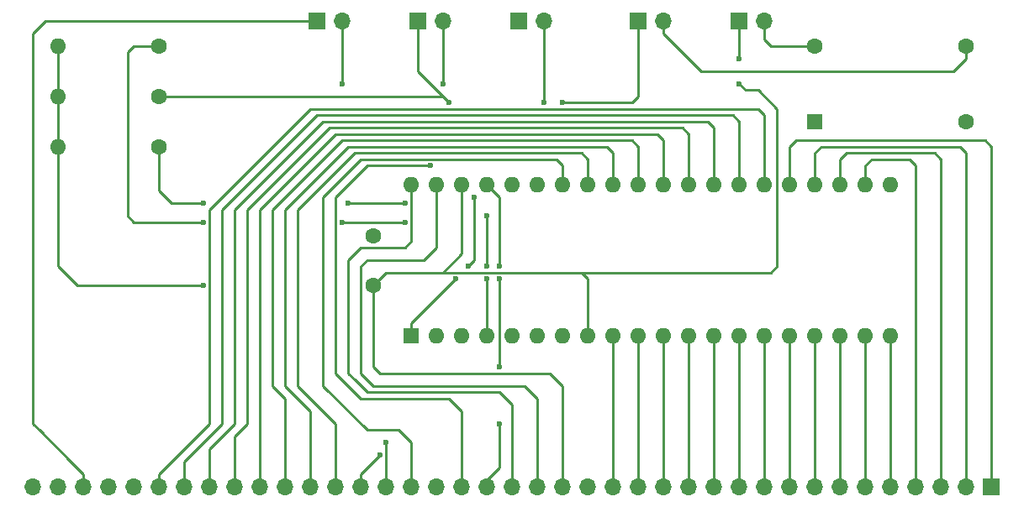
<source format=gtl>
G04 #@! TF.FileFunction,Copper,L1,Top,Signal*
%FSLAX46Y46*%
G04 Gerber Fmt 4.6, Leading zero omitted, Abs format (unit mm)*
G04 Created by KiCad (PCBNEW 4.0.6) date 06/10/17 01:38:27*
%MOMM*%
%LPD*%
G01*
G04 APERTURE LIST*
%ADD10C,0.100000*%
%ADD11R,1.700000X1.700000*%
%ADD12O,1.700000X1.700000*%
%ADD13C,1.600000*%
%ADD14O,1.600000X1.600000*%
%ADD15R,1.600000X1.600000*%
%ADD16C,0.600000*%
%ADD17C,0.250000*%
G04 APERTURE END LIST*
D10*
D11*
X190500000Y-139700000D03*
D12*
X187960000Y-139700000D03*
X185420000Y-139700000D03*
X182880000Y-139700000D03*
X180340000Y-139700000D03*
X177800000Y-139700000D03*
X175260000Y-139700000D03*
X172720000Y-139700000D03*
X170180000Y-139700000D03*
X167640000Y-139700000D03*
X165100000Y-139700000D03*
X162560000Y-139700000D03*
X160020000Y-139700000D03*
X157480000Y-139700000D03*
X154940000Y-139700000D03*
X152400000Y-139700000D03*
X149860000Y-139700000D03*
X147320000Y-139700000D03*
X144780000Y-139700000D03*
X142240000Y-139700000D03*
X139700000Y-139700000D03*
X137160000Y-139700000D03*
X134620000Y-139700000D03*
X132080000Y-139700000D03*
X129540000Y-139700000D03*
X127000000Y-139700000D03*
X124460000Y-139700000D03*
X121920000Y-139700000D03*
X119380000Y-139700000D03*
X116840000Y-139700000D03*
X114300000Y-139700000D03*
X111760000Y-139700000D03*
X109220000Y-139700000D03*
X106680000Y-139700000D03*
X104140000Y-139700000D03*
X101600000Y-139700000D03*
X99060000Y-139700000D03*
X96520000Y-139700000D03*
X93980000Y-139700000D03*
D11*
X132715000Y-92710000D03*
D12*
X135255000Y-92710000D03*
D11*
X122555000Y-92710000D03*
D12*
X125095000Y-92710000D03*
D13*
X106680000Y-95250000D03*
D14*
X96520000Y-95250000D03*
D13*
X106680000Y-100330000D03*
D14*
X96520000Y-100330000D03*
D13*
X106680000Y-105410000D03*
D14*
X96520000Y-105410000D03*
D15*
X132080000Y-124460000D03*
D14*
X180340000Y-109220000D03*
X134620000Y-124460000D03*
X177800000Y-109220000D03*
X137160000Y-124460000D03*
X175260000Y-109220000D03*
X139700000Y-124460000D03*
X172720000Y-109220000D03*
X142240000Y-124460000D03*
X170180000Y-109220000D03*
X144780000Y-124460000D03*
X167640000Y-109220000D03*
X147320000Y-124460000D03*
X165100000Y-109220000D03*
X149860000Y-124460000D03*
X162560000Y-109220000D03*
X152400000Y-124460000D03*
X160020000Y-109220000D03*
X154940000Y-124460000D03*
X157480000Y-109220000D03*
X157480000Y-124460000D03*
X154940000Y-109220000D03*
X160020000Y-124460000D03*
X152400000Y-109220000D03*
X162560000Y-124460000D03*
X149860000Y-109220000D03*
X165100000Y-124460000D03*
X147320000Y-109220000D03*
X167640000Y-124460000D03*
X144780000Y-109220000D03*
X170180000Y-124460000D03*
X142240000Y-109220000D03*
X172720000Y-124460000D03*
X139700000Y-109220000D03*
X175260000Y-124460000D03*
X137160000Y-109220000D03*
X177800000Y-124460000D03*
X134620000Y-109220000D03*
X180340000Y-124460000D03*
X132080000Y-109220000D03*
D13*
X128270000Y-119380000D03*
X128270000Y-114380000D03*
D11*
X165100000Y-92710000D03*
D12*
X167640000Y-92710000D03*
D11*
X154940000Y-92710000D03*
D12*
X157480000Y-92710000D03*
D15*
X172720000Y-102870000D03*
D13*
X172720000Y-95250000D03*
X187960000Y-95250000D03*
X187960000Y-102870000D03*
D11*
X142875000Y-92710000D03*
D12*
X145415000Y-92710000D03*
D16*
X111125000Y-119380000D03*
X165100000Y-96520000D03*
X165100000Y-99060000D03*
X140970000Y-127635000D03*
X140970000Y-133350000D03*
X140970000Y-118745000D03*
X140970000Y-117475000D03*
X147320000Y-100965000D03*
X133985000Y-107315000D03*
X135255000Y-99060000D03*
X135890000Y-100965000D03*
X139700000Y-112395000D03*
X139700000Y-117475000D03*
X139700000Y-118745000D03*
X125095000Y-99060000D03*
X111125000Y-111125000D03*
X125730000Y-111125000D03*
X131445000Y-111125000D03*
X111125000Y-113030000D03*
X125095000Y-113030000D03*
X131445000Y-113030000D03*
X129540000Y-135255000D03*
X128905000Y-136525000D03*
X145415000Y-100965000D03*
X137795000Y-117475000D03*
X136525000Y-118745000D03*
X138430000Y-110490000D03*
D17*
X190500000Y-129540000D02*
X190500000Y-105410000D01*
X190500000Y-139700000D02*
X190500000Y-129540000D01*
X170180000Y-105410000D02*
X170180000Y-109220000D01*
X170815000Y-104775000D02*
X170180000Y-105410000D01*
X189865000Y-104775000D02*
X170815000Y-104775000D01*
X190500000Y-105410000D02*
X189865000Y-104775000D01*
X187960000Y-139700000D02*
X187960000Y-106680000D01*
X172720000Y-106045000D02*
X172720000Y-109220000D01*
X173355000Y-105410000D02*
X172720000Y-106045000D01*
X187325000Y-105410000D02*
X173355000Y-105410000D01*
X187960000Y-106045000D02*
X187325000Y-105410000D01*
X187960000Y-106680000D02*
X187960000Y-106045000D01*
X185420000Y-133350000D02*
X185420000Y-106680000D01*
X185420000Y-139700000D02*
X185420000Y-133350000D01*
X175260000Y-106680000D02*
X175260000Y-109220000D01*
X175895000Y-106045000D02*
X175260000Y-106680000D01*
X184785000Y-106045000D02*
X175895000Y-106045000D01*
X185420000Y-106680000D02*
X184785000Y-106045000D01*
X178435000Y-106680000D02*
X182245000Y-106680000D01*
X182880000Y-107315000D02*
X182245000Y-106680000D01*
X178435000Y-106680000D02*
X177800000Y-107315000D01*
X177800000Y-109220000D02*
X177800000Y-107315000D01*
X182880000Y-134620000D02*
X182880000Y-112395000D01*
X182880000Y-134620000D02*
X182880000Y-139700000D01*
X182880000Y-112395000D02*
X182880000Y-107315000D01*
X180340000Y-124460000D02*
X180340000Y-128270000D01*
X180340000Y-128270000D02*
X180340000Y-139700000D01*
X177800000Y-124460000D02*
X177800000Y-128270000D01*
X177800000Y-128270000D02*
X177800000Y-139700000D01*
X175260000Y-124460000D02*
X175260000Y-128270000D01*
X175260000Y-128270000D02*
X175260000Y-139700000D01*
X172720000Y-124460000D02*
X172720000Y-128270000D01*
X172720000Y-128270000D02*
X172720000Y-139700000D01*
X170180000Y-124460000D02*
X170180000Y-128270000D01*
X170180000Y-128270000D02*
X170180000Y-139700000D01*
X167640000Y-124460000D02*
X167640000Y-128270000D01*
X167640000Y-128270000D02*
X167640000Y-139700000D01*
X165100000Y-124460000D02*
X165100000Y-128270000D01*
X165100000Y-128270000D02*
X165100000Y-139700000D01*
X162560000Y-124460000D02*
X162560000Y-128270000D01*
X162560000Y-128270000D02*
X162560000Y-139700000D01*
X160020000Y-124460000D02*
X160020000Y-128270000D01*
X160020000Y-128270000D02*
X160020000Y-139700000D01*
X157480000Y-124460000D02*
X157480000Y-128270000D01*
X157480000Y-128270000D02*
X157480000Y-139700000D01*
X154940000Y-124460000D02*
X154940000Y-128270000D01*
X154940000Y-128270000D02*
X154940000Y-139700000D01*
X152400000Y-124460000D02*
X152400000Y-128270000D01*
X152400000Y-128270000D02*
X152400000Y-139700000D01*
X140970000Y-128270000D02*
X146050000Y-128270000D01*
X128270000Y-119380000D02*
X128270000Y-127635000D01*
X147320000Y-134620000D02*
X147320000Y-137160000D01*
X128905000Y-128270000D02*
X140970000Y-128270000D01*
X128270000Y-127635000D02*
X128905000Y-128270000D01*
X147320000Y-137160000D02*
X147320000Y-139700000D01*
X147320000Y-129540000D02*
X147320000Y-134620000D01*
X146050000Y-128270000D02*
X147320000Y-129540000D01*
X96520000Y-105410000D02*
X96520000Y-117475000D01*
X98425000Y-119380000D02*
X111125000Y-119380000D01*
X96520000Y-117475000D02*
X98425000Y-119380000D01*
X149225000Y-118110000D02*
X168275000Y-118110000D01*
X165100000Y-96520000D02*
X165100000Y-92710000D01*
X165735000Y-99695000D02*
X165100000Y-99060000D01*
X167005000Y-99695000D02*
X165735000Y-99695000D01*
X168910000Y-101600000D02*
X167005000Y-99695000D01*
X168910000Y-117475000D02*
X168910000Y-101600000D01*
X168275000Y-118110000D02*
X168910000Y-117475000D01*
X135255000Y-118110000D02*
X137160000Y-116205000D01*
X137160000Y-118110000D02*
X149225000Y-118110000D01*
X149860000Y-118745000D02*
X149860000Y-121285000D01*
X149225000Y-118110000D02*
X149860000Y-118745000D01*
X128270000Y-119380000D02*
X129540000Y-118110000D01*
X129540000Y-118110000D02*
X135255000Y-118110000D01*
X135255000Y-118110000D02*
X137160000Y-118110000D01*
X137160000Y-109220000D02*
X137160000Y-116205000D01*
X149860000Y-121285000D02*
X149860000Y-124460000D01*
X96520000Y-105410000D02*
X96520000Y-100330000D01*
X96520000Y-95250000D02*
X96520000Y-100330000D01*
X144780000Y-134620000D02*
X144780000Y-130810000D01*
X143510000Y-129540000D02*
X139700000Y-129540000D01*
X144780000Y-130810000D02*
X143510000Y-129540000D01*
X134620000Y-109220000D02*
X134620000Y-115570000D01*
X139700000Y-129540000D02*
X129540000Y-129540000D01*
X129540000Y-129540000D02*
X128270000Y-129540000D01*
X128270000Y-129540000D02*
X127000000Y-128270000D01*
X144780000Y-134620000D02*
X144780000Y-139700000D01*
X127000000Y-117475000D02*
X127000000Y-128270000D01*
X127635000Y-116840000D02*
X127000000Y-117475000D01*
X133350000Y-116840000D02*
X127635000Y-116840000D01*
X134620000Y-115570000D02*
X133350000Y-116840000D01*
X142240000Y-133350000D02*
X142240000Y-131445000D01*
X140970000Y-130175000D02*
X139065000Y-130175000D01*
X142240000Y-131445000D02*
X140970000Y-130175000D01*
X142240000Y-134620000D02*
X142240000Y-133350000D01*
X142240000Y-139700000D02*
X142240000Y-134620000D01*
X132080000Y-114935000D02*
X132080000Y-109220000D01*
X139065000Y-130175000D02*
X128270000Y-130175000D01*
X128270000Y-130175000D02*
X127635000Y-130175000D01*
X127635000Y-130175000D02*
X126365000Y-128905000D01*
X126365000Y-128905000D02*
X125730000Y-128270000D01*
X125730000Y-128270000D02*
X125730000Y-116840000D01*
X125730000Y-116840000D02*
X127000000Y-115570000D01*
X127000000Y-115570000D02*
X131445000Y-115570000D01*
X131445000Y-115570000D02*
X132080000Y-114935000D01*
X140970000Y-120015000D02*
X140970000Y-118745000D01*
X140970000Y-120015000D02*
X140970000Y-127635000D01*
X140970000Y-133350000D02*
X140970000Y-137795000D01*
X140970000Y-137795000D02*
X139700000Y-139065000D01*
X140970000Y-117475000D02*
X140970000Y-110490000D01*
X140970000Y-110490000D02*
X139700000Y-109220000D01*
X139700000Y-139065000D02*
X139700000Y-139700000D01*
X147320000Y-100965000D02*
X153035000Y-100965000D01*
X153035000Y-100965000D02*
X154305000Y-100965000D01*
X154305000Y-100965000D02*
X154940000Y-100330000D01*
X154940000Y-100330000D02*
X154940000Y-92710000D01*
X137160000Y-136525000D02*
X137160000Y-132080000D01*
X137160000Y-139700000D02*
X137160000Y-136525000D01*
X127000000Y-130810000D02*
X124460000Y-128270000D01*
X135890000Y-130810000D02*
X127000000Y-130810000D01*
X127000000Y-107950000D02*
X127635000Y-107315000D01*
X124460000Y-110490000D02*
X127000000Y-107950000D01*
X124460000Y-128270000D02*
X124460000Y-118110000D01*
X124460000Y-118110000D02*
X124460000Y-110490000D01*
X127635000Y-107315000D02*
X133985000Y-107315000D01*
X135890000Y-130810000D02*
X137160000Y-132080000D01*
X135255000Y-99060000D02*
X135255000Y-92710000D01*
X149860000Y-106680000D02*
X149225000Y-106045000D01*
X149225000Y-106045000D02*
X126365000Y-106045000D01*
X126365000Y-106045000D02*
X124460000Y-107950000D01*
X124460000Y-139700000D02*
X124460000Y-134620000D01*
X120650000Y-111760000D02*
X120650000Y-129540000D01*
X120650000Y-129540000D02*
X124460000Y-133350000D01*
X124460000Y-133350000D02*
X124460000Y-134620000D01*
X124460000Y-107950000D02*
X120650000Y-111760000D01*
X149860000Y-106680000D02*
X149860000Y-109220000D01*
X152400000Y-106045000D02*
X151765000Y-105410000D01*
X151765000Y-105410000D02*
X125730000Y-105410000D01*
X125730000Y-105410000D02*
X123190000Y-107950000D01*
X121920000Y-139700000D02*
X121920000Y-133350000D01*
X119380000Y-111760000D02*
X119380000Y-129540000D01*
X119380000Y-129540000D02*
X121920000Y-132080000D01*
X121920000Y-132080000D02*
X121920000Y-133350000D01*
X123190000Y-107950000D02*
X119380000Y-111760000D01*
X152400000Y-106045000D02*
X152400000Y-109220000D01*
X154940000Y-105410000D02*
X154305000Y-104775000D01*
X154305000Y-104775000D02*
X125095000Y-104775000D01*
X154940000Y-106680000D02*
X154940000Y-105410000D01*
X154940000Y-109220000D02*
X154940000Y-106680000D01*
X119380000Y-132080000D02*
X119380000Y-130810000D01*
X119380000Y-132080000D02*
X119380000Y-139700000D01*
X121920000Y-107950000D02*
X125095000Y-104775000D01*
X119380000Y-130810000D02*
X118110000Y-129540000D01*
X118110000Y-129540000D02*
X118110000Y-111760000D01*
X118110000Y-111760000D02*
X121920000Y-107950000D01*
X157480000Y-104775000D02*
X156845000Y-104140000D01*
X156845000Y-104140000D02*
X124460000Y-104140000D01*
X124460000Y-104140000D02*
X120650000Y-107950000D01*
X116840000Y-139700000D02*
X116840000Y-133350000D01*
X116840000Y-111760000D02*
X116840000Y-133350000D01*
X120650000Y-107950000D02*
X116840000Y-111760000D01*
X157480000Y-104775000D02*
X157480000Y-109220000D01*
X159385000Y-103505000D02*
X123825000Y-103505000D01*
X159385000Y-103505000D02*
X160020000Y-104140000D01*
X160020000Y-104140000D02*
X160020000Y-106045000D01*
X123825000Y-103505000D02*
X119380000Y-107950000D01*
X115570000Y-133350000D02*
X114300000Y-134620000D01*
X114300000Y-139700000D02*
X114300000Y-134620000D01*
X115570000Y-111760000D02*
X115570000Y-133350000D01*
X119380000Y-107950000D02*
X115570000Y-111760000D01*
X160020000Y-106045000D02*
X160020000Y-109220000D01*
X161925000Y-102870000D02*
X123190000Y-102870000D01*
X162560000Y-107315000D02*
X162560000Y-103505000D01*
X162560000Y-109220000D02*
X162560000Y-107315000D01*
X118110000Y-107950000D02*
X114300000Y-111760000D01*
X114300000Y-111760000D02*
X114300000Y-133350000D01*
X111760000Y-135890000D02*
X111760000Y-139700000D01*
X114300000Y-133350000D02*
X111760000Y-135890000D01*
X123190000Y-102870000D02*
X118110000Y-107950000D01*
X162560000Y-103505000D02*
X161925000Y-102870000D01*
X159385000Y-102235000D02*
X122555000Y-102235000D01*
X165100000Y-107950000D02*
X165100000Y-102870000D01*
X165100000Y-109220000D02*
X165100000Y-107950000D01*
X116840000Y-107950000D02*
X113030000Y-111760000D01*
X113030000Y-111760000D02*
X113030000Y-133350000D01*
X109220000Y-137160000D02*
X109220000Y-139700000D01*
X113030000Y-133350000D02*
X109220000Y-137160000D01*
X122555000Y-102235000D02*
X116840000Y-107950000D01*
X164465000Y-102235000D02*
X159385000Y-102235000D01*
X165100000Y-102870000D02*
X164465000Y-102235000D01*
X160655000Y-101600000D02*
X121920000Y-101600000D01*
X167640000Y-109220000D02*
X167640000Y-102235000D01*
X115570000Y-107950000D02*
X111760000Y-111760000D01*
X111760000Y-111760000D02*
X111760000Y-133350000D01*
X106680000Y-138430000D02*
X106680000Y-139700000D01*
X111760000Y-133350000D02*
X106680000Y-138430000D01*
X121920000Y-101600000D02*
X115570000Y-107950000D01*
X167005000Y-101600000D02*
X160655000Y-101600000D01*
X167640000Y-102235000D02*
X167005000Y-101600000D01*
X167640000Y-108585000D02*
X167640000Y-109220000D01*
X122555000Y-92710000D02*
X114300000Y-92710000D01*
X97790000Y-137160000D02*
X99060000Y-138430000D01*
X99060000Y-138430000D02*
X99060000Y-139700000D01*
X95250000Y-92710000D02*
X93980000Y-93980000D01*
X93980000Y-93980000D02*
X93980000Y-133350000D01*
X114300000Y-92710000D02*
X95250000Y-92710000D01*
X94615000Y-133985000D02*
X93980000Y-133350000D01*
X97790000Y-137160000D02*
X94615000Y-133985000D01*
X106680000Y-100330000D02*
X135255000Y-100330000D01*
X133350000Y-98425000D02*
X132715000Y-97790000D01*
X135890000Y-100965000D02*
X135255000Y-100330000D01*
X135255000Y-100330000D02*
X133350000Y-98425000D01*
X139700000Y-124460000D02*
X139700000Y-118745000D01*
X139700000Y-117475000D02*
X139700000Y-112395000D01*
X132715000Y-97790000D02*
X132715000Y-92710000D01*
X125095000Y-99060000D02*
X125095000Y-92710000D01*
X106680000Y-109855000D02*
X106680000Y-105410000D01*
X107950000Y-111125000D02*
X106680000Y-109855000D01*
X111125000Y-111125000D02*
X107950000Y-111125000D01*
X131445000Y-111125000D02*
X125730000Y-111125000D01*
X111125000Y-113030000D02*
X104140000Y-113030000D01*
X104140000Y-113030000D02*
X103505000Y-112395000D01*
X103505000Y-112395000D02*
X103505000Y-95885000D01*
X103505000Y-95885000D02*
X104140000Y-95250000D01*
X106680000Y-95250000D02*
X104140000Y-95250000D01*
X131445000Y-113030000D02*
X125095000Y-113030000D01*
X157480000Y-92710000D02*
X157480000Y-93980000D01*
X186690000Y-97790000D02*
X187960000Y-96520000D01*
X187960000Y-96520000D02*
X187960000Y-95250000D01*
X161290000Y-97790000D02*
X186690000Y-97790000D01*
X157480000Y-93980000D02*
X161290000Y-97790000D01*
X132080000Y-139700000D02*
X132080000Y-135255000D01*
X123190000Y-129540000D02*
X123190000Y-110490000D01*
X127635000Y-133985000D02*
X123190000Y-129540000D01*
X130810000Y-133985000D02*
X127635000Y-133985000D01*
X132080000Y-135255000D02*
X130810000Y-133985000D01*
X140970000Y-106680000D02*
X146685000Y-106680000D01*
X125730000Y-107950000D02*
X123190000Y-110490000D01*
X133350000Y-106680000D02*
X127000000Y-106680000D01*
X140970000Y-106680000D02*
X133350000Y-106680000D01*
X127000000Y-106680000D02*
X125730000Y-107950000D01*
X147320000Y-107315000D02*
X147320000Y-109220000D01*
X146685000Y-106680000D02*
X147320000Y-107315000D01*
X129540000Y-139700000D02*
X129540000Y-135255000D01*
X127000000Y-138430000D02*
X127000000Y-139700000D01*
X128905000Y-136525000D02*
X127000000Y-138430000D01*
X145415000Y-92710000D02*
X145415000Y-100965000D01*
X132080000Y-123190000D02*
X136525000Y-118745000D01*
X137795000Y-117475000D02*
X138430000Y-116840000D01*
X138430000Y-116840000D02*
X138430000Y-110490000D01*
X132080000Y-123190000D02*
X132080000Y-124460000D01*
X167640000Y-92710000D02*
X167640000Y-94615000D01*
X168275000Y-95250000D02*
X172720000Y-95250000D01*
X167640000Y-94615000D02*
X168275000Y-95250000D01*
M02*

</source>
